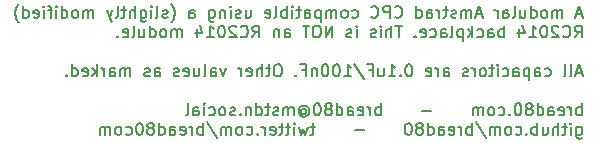
<source format=gbo>
G04 #@! TF.GenerationSoftware,KiCad,Pcbnew,(5.1.12)-1*
G04 #@! TF.CreationDate,2023-07-18T15:57:14+01:00*
G04 #@! TF.ProjectId,CPCRAM,43504352-414d-42e6-9b69-6361645f7063,rev?*
G04 #@! TF.SameCoordinates,Original*
G04 #@! TF.FileFunction,Legend,Bot*
G04 #@! TF.FilePolarity,Positive*
%FSLAX46Y46*%
G04 Gerber Fmt 4.6, Leading zero omitted, Abs format (unit mm)*
G04 Created by KiCad (PCBNEW (5.1.12)-1) date 2023-07-18 15:57:14*
%MOMM*%
%LPD*%
G01*
G04 APERTURE LIST*
%ADD10C,0.150000*%
G04 APERTURE END LIST*
D10*
X220692023Y-108881666D02*
X220215833Y-108881666D01*
X220787261Y-109167380D02*
X220453928Y-108167380D01*
X220120595Y-109167380D01*
X219025357Y-109167380D02*
X219025357Y-108500714D01*
X219025357Y-108595952D02*
X218977738Y-108548333D01*
X218882500Y-108500714D01*
X218739642Y-108500714D01*
X218644404Y-108548333D01*
X218596785Y-108643571D01*
X218596785Y-109167380D01*
X218596785Y-108643571D02*
X218549166Y-108548333D01*
X218453928Y-108500714D01*
X218311071Y-108500714D01*
X218215833Y-108548333D01*
X218168214Y-108643571D01*
X218168214Y-109167380D01*
X217549166Y-109167380D02*
X217644404Y-109119761D01*
X217692023Y-109072142D01*
X217739642Y-108976904D01*
X217739642Y-108691190D01*
X217692023Y-108595952D01*
X217644404Y-108548333D01*
X217549166Y-108500714D01*
X217406309Y-108500714D01*
X217311071Y-108548333D01*
X217263452Y-108595952D01*
X217215833Y-108691190D01*
X217215833Y-108976904D01*
X217263452Y-109072142D01*
X217311071Y-109119761D01*
X217406309Y-109167380D01*
X217549166Y-109167380D01*
X216358690Y-109167380D02*
X216358690Y-108167380D01*
X216358690Y-109119761D02*
X216453928Y-109167380D01*
X216644404Y-109167380D01*
X216739642Y-109119761D01*
X216787261Y-109072142D01*
X216834880Y-108976904D01*
X216834880Y-108691190D01*
X216787261Y-108595952D01*
X216739642Y-108548333D01*
X216644404Y-108500714D01*
X216453928Y-108500714D01*
X216358690Y-108548333D01*
X215453928Y-108500714D02*
X215453928Y-109167380D01*
X215882500Y-108500714D02*
X215882500Y-109024523D01*
X215834880Y-109119761D01*
X215739642Y-109167380D01*
X215596785Y-109167380D01*
X215501547Y-109119761D01*
X215453928Y-109072142D01*
X214834880Y-109167380D02*
X214930119Y-109119761D01*
X214977738Y-109024523D01*
X214977738Y-108167380D01*
X214025357Y-109167380D02*
X214025357Y-108643571D01*
X214072976Y-108548333D01*
X214168214Y-108500714D01*
X214358690Y-108500714D01*
X214453928Y-108548333D01*
X214025357Y-109119761D02*
X214120595Y-109167380D01*
X214358690Y-109167380D01*
X214453928Y-109119761D01*
X214501547Y-109024523D01*
X214501547Y-108929285D01*
X214453928Y-108834047D01*
X214358690Y-108786428D01*
X214120595Y-108786428D01*
X214025357Y-108738809D01*
X213549166Y-109167380D02*
X213549166Y-108500714D01*
X213549166Y-108691190D02*
X213501547Y-108595952D01*
X213453928Y-108548333D01*
X213358690Y-108500714D01*
X213263452Y-108500714D01*
X212215833Y-108881666D02*
X211739642Y-108881666D01*
X212311071Y-109167380D02*
X211977738Y-108167380D01*
X211644404Y-109167380D01*
X211311071Y-109167380D02*
X211311071Y-108500714D01*
X211311071Y-108595952D02*
X211263452Y-108548333D01*
X211168214Y-108500714D01*
X211025357Y-108500714D01*
X210930119Y-108548333D01*
X210882500Y-108643571D01*
X210882500Y-109167380D01*
X210882500Y-108643571D02*
X210834880Y-108548333D01*
X210739642Y-108500714D01*
X210596785Y-108500714D01*
X210501547Y-108548333D01*
X210453928Y-108643571D01*
X210453928Y-109167380D01*
X210025357Y-109119761D02*
X209930119Y-109167380D01*
X209739642Y-109167380D01*
X209644404Y-109119761D01*
X209596785Y-109024523D01*
X209596785Y-108976904D01*
X209644404Y-108881666D01*
X209739642Y-108834047D01*
X209882500Y-108834047D01*
X209977738Y-108786428D01*
X210025357Y-108691190D01*
X210025357Y-108643571D01*
X209977738Y-108548333D01*
X209882500Y-108500714D01*
X209739642Y-108500714D01*
X209644404Y-108548333D01*
X209311071Y-108500714D02*
X208930119Y-108500714D01*
X209168214Y-108167380D02*
X209168214Y-109024523D01*
X209120595Y-109119761D01*
X209025357Y-109167380D01*
X208930119Y-109167380D01*
X208596785Y-109167380D02*
X208596785Y-108500714D01*
X208596785Y-108691190D02*
X208549166Y-108595952D01*
X208501547Y-108548333D01*
X208406309Y-108500714D01*
X208311071Y-108500714D01*
X207549166Y-109167380D02*
X207549166Y-108643571D01*
X207596785Y-108548333D01*
X207692023Y-108500714D01*
X207882500Y-108500714D01*
X207977738Y-108548333D01*
X207549166Y-109119761D02*
X207644404Y-109167380D01*
X207882500Y-109167380D01*
X207977738Y-109119761D01*
X208025357Y-109024523D01*
X208025357Y-108929285D01*
X207977738Y-108834047D01*
X207882500Y-108786428D01*
X207644404Y-108786428D01*
X207549166Y-108738809D01*
X206644404Y-109167380D02*
X206644404Y-108167380D01*
X206644404Y-109119761D02*
X206739642Y-109167380D01*
X206930119Y-109167380D01*
X207025357Y-109119761D01*
X207072976Y-109072142D01*
X207120595Y-108976904D01*
X207120595Y-108691190D01*
X207072976Y-108595952D01*
X207025357Y-108548333D01*
X206930119Y-108500714D01*
X206739642Y-108500714D01*
X206644404Y-108548333D01*
X204834880Y-109072142D02*
X204882500Y-109119761D01*
X205025357Y-109167380D01*
X205120595Y-109167380D01*
X205263452Y-109119761D01*
X205358690Y-109024523D01*
X205406309Y-108929285D01*
X205453928Y-108738809D01*
X205453928Y-108595952D01*
X205406309Y-108405476D01*
X205358690Y-108310238D01*
X205263452Y-108215000D01*
X205120595Y-108167380D01*
X205025357Y-108167380D01*
X204882500Y-108215000D01*
X204834880Y-108262619D01*
X204406309Y-109167380D02*
X204406309Y-108167380D01*
X204025357Y-108167380D01*
X203930119Y-108215000D01*
X203882500Y-108262619D01*
X203834880Y-108357857D01*
X203834880Y-108500714D01*
X203882500Y-108595952D01*
X203930119Y-108643571D01*
X204025357Y-108691190D01*
X204406309Y-108691190D01*
X202834880Y-109072142D02*
X202882500Y-109119761D01*
X203025357Y-109167380D01*
X203120595Y-109167380D01*
X203263452Y-109119761D01*
X203358690Y-109024523D01*
X203406309Y-108929285D01*
X203453928Y-108738809D01*
X203453928Y-108595952D01*
X203406309Y-108405476D01*
X203358690Y-108310238D01*
X203263452Y-108215000D01*
X203120595Y-108167380D01*
X203025357Y-108167380D01*
X202882500Y-108215000D01*
X202834880Y-108262619D01*
X201215833Y-109119761D02*
X201311071Y-109167380D01*
X201501547Y-109167380D01*
X201596785Y-109119761D01*
X201644404Y-109072142D01*
X201692023Y-108976904D01*
X201692023Y-108691190D01*
X201644404Y-108595952D01*
X201596785Y-108548333D01*
X201501547Y-108500714D01*
X201311071Y-108500714D01*
X201215833Y-108548333D01*
X200644404Y-109167380D02*
X200739642Y-109119761D01*
X200787261Y-109072142D01*
X200834880Y-108976904D01*
X200834880Y-108691190D01*
X200787261Y-108595952D01*
X200739642Y-108548333D01*
X200644404Y-108500714D01*
X200501547Y-108500714D01*
X200406309Y-108548333D01*
X200358690Y-108595952D01*
X200311071Y-108691190D01*
X200311071Y-108976904D01*
X200358690Y-109072142D01*
X200406309Y-109119761D01*
X200501547Y-109167380D01*
X200644404Y-109167380D01*
X199882500Y-109167380D02*
X199882500Y-108500714D01*
X199882500Y-108595952D02*
X199834880Y-108548333D01*
X199739642Y-108500714D01*
X199596785Y-108500714D01*
X199501547Y-108548333D01*
X199453928Y-108643571D01*
X199453928Y-109167380D01*
X199453928Y-108643571D02*
X199406309Y-108548333D01*
X199311071Y-108500714D01*
X199168214Y-108500714D01*
X199072976Y-108548333D01*
X199025357Y-108643571D01*
X199025357Y-109167380D01*
X198549166Y-108500714D02*
X198549166Y-109500714D01*
X198549166Y-108548333D02*
X198453928Y-108500714D01*
X198263452Y-108500714D01*
X198168214Y-108548333D01*
X198120595Y-108595952D01*
X198072976Y-108691190D01*
X198072976Y-108976904D01*
X198120595Y-109072142D01*
X198168214Y-109119761D01*
X198263452Y-109167380D01*
X198453928Y-109167380D01*
X198549166Y-109119761D01*
X197215833Y-109167380D02*
X197215833Y-108643571D01*
X197263452Y-108548333D01*
X197358690Y-108500714D01*
X197549166Y-108500714D01*
X197644404Y-108548333D01*
X197215833Y-109119761D02*
X197311071Y-109167380D01*
X197549166Y-109167380D01*
X197644404Y-109119761D01*
X197692023Y-109024523D01*
X197692023Y-108929285D01*
X197644404Y-108834047D01*
X197549166Y-108786428D01*
X197311071Y-108786428D01*
X197215833Y-108738809D01*
X196882500Y-108500714D02*
X196501547Y-108500714D01*
X196739642Y-108167380D02*
X196739642Y-109024523D01*
X196692023Y-109119761D01*
X196596785Y-109167380D01*
X196501547Y-109167380D01*
X196168214Y-109167380D02*
X196168214Y-108500714D01*
X196168214Y-108167380D02*
X196215833Y-108215000D01*
X196168214Y-108262619D01*
X196120595Y-108215000D01*
X196168214Y-108167380D01*
X196168214Y-108262619D01*
X195692023Y-109167380D02*
X195692023Y-108167380D01*
X195692023Y-108548333D02*
X195596785Y-108500714D01*
X195406309Y-108500714D01*
X195311071Y-108548333D01*
X195263452Y-108595952D01*
X195215833Y-108691190D01*
X195215833Y-108976904D01*
X195263452Y-109072142D01*
X195311071Y-109119761D01*
X195406309Y-109167380D01*
X195596785Y-109167380D01*
X195692023Y-109119761D01*
X194644404Y-109167380D02*
X194739642Y-109119761D01*
X194787261Y-109024523D01*
X194787261Y-108167380D01*
X193882500Y-109119761D02*
X193977738Y-109167380D01*
X194168214Y-109167380D01*
X194263452Y-109119761D01*
X194311071Y-109024523D01*
X194311071Y-108643571D01*
X194263452Y-108548333D01*
X194168214Y-108500714D01*
X193977738Y-108500714D01*
X193882500Y-108548333D01*
X193834880Y-108643571D01*
X193834880Y-108738809D01*
X194311071Y-108834047D01*
X192215833Y-108500714D02*
X192215833Y-109167380D01*
X192644404Y-108500714D02*
X192644404Y-109024523D01*
X192596785Y-109119761D01*
X192501547Y-109167380D01*
X192358690Y-109167380D01*
X192263452Y-109119761D01*
X192215833Y-109072142D01*
X191787261Y-109119761D02*
X191692023Y-109167380D01*
X191501547Y-109167380D01*
X191406309Y-109119761D01*
X191358690Y-109024523D01*
X191358690Y-108976904D01*
X191406309Y-108881666D01*
X191501547Y-108834047D01*
X191644404Y-108834047D01*
X191739642Y-108786428D01*
X191787261Y-108691190D01*
X191787261Y-108643571D01*
X191739642Y-108548333D01*
X191644404Y-108500714D01*
X191501547Y-108500714D01*
X191406309Y-108548333D01*
X190930119Y-109167380D02*
X190930119Y-108500714D01*
X190930119Y-108167380D02*
X190977738Y-108215000D01*
X190930119Y-108262619D01*
X190882500Y-108215000D01*
X190930119Y-108167380D01*
X190930119Y-108262619D01*
X190453928Y-108500714D02*
X190453928Y-109167380D01*
X190453928Y-108595952D02*
X190406309Y-108548333D01*
X190311071Y-108500714D01*
X190168214Y-108500714D01*
X190072976Y-108548333D01*
X190025357Y-108643571D01*
X190025357Y-109167380D01*
X189120595Y-108500714D02*
X189120595Y-109310238D01*
X189168214Y-109405476D01*
X189215833Y-109453095D01*
X189311071Y-109500714D01*
X189453928Y-109500714D01*
X189549166Y-109453095D01*
X189120595Y-109119761D02*
X189215833Y-109167380D01*
X189406309Y-109167380D01*
X189501547Y-109119761D01*
X189549166Y-109072142D01*
X189596785Y-108976904D01*
X189596785Y-108691190D01*
X189549166Y-108595952D01*
X189501547Y-108548333D01*
X189406309Y-108500714D01*
X189215833Y-108500714D01*
X189120595Y-108548333D01*
X187453928Y-109167380D02*
X187453928Y-108643571D01*
X187501547Y-108548333D01*
X187596785Y-108500714D01*
X187787261Y-108500714D01*
X187882500Y-108548333D01*
X187453928Y-109119761D02*
X187549166Y-109167380D01*
X187787261Y-109167380D01*
X187882500Y-109119761D01*
X187930119Y-109024523D01*
X187930119Y-108929285D01*
X187882500Y-108834047D01*
X187787261Y-108786428D01*
X187549166Y-108786428D01*
X187453928Y-108738809D01*
X185930119Y-109548333D02*
X185977738Y-109500714D01*
X186072976Y-109357857D01*
X186120595Y-109262619D01*
X186168214Y-109119761D01*
X186215833Y-108881666D01*
X186215833Y-108691190D01*
X186168214Y-108453095D01*
X186120595Y-108310238D01*
X186072976Y-108215000D01*
X185977738Y-108072142D01*
X185930119Y-108024523D01*
X185596785Y-109119761D02*
X185501547Y-109167380D01*
X185311071Y-109167380D01*
X185215833Y-109119761D01*
X185168214Y-109024523D01*
X185168214Y-108976904D01*
X185215833Y-108881666D01*
X185311071Y-108834047D01*
X185453928Y-108834047D01*
X185549166Y-108786428D01*
X185596785Y-108691190D01*
X185596785Y-108643571D01*
X185549166Y-108548333D01*
X185453928Y-108500714D01*
X185311071Y-108500714D01*
X185215833Y-108548333D01*
X184596785Y-109167380D02*
X184692023Y-109119761D01*
X184739642Y-109024523D01*
X184739642Y-108167380D01*
X184215833Y-109167380D02*
X184215833Y-108500714D01*
X184215833Y-108167380D02*
X184263452Y-108215000D01*
X184215833Y-108262619D01*
X184168214Y-108215000D01*
X184215833Y-108167380D01*
X184215833Y-108262619D01*
X183311071Y-108500714D02*
X183311071Y-109310238D01*
X183358690Y-109405476D01*
X183406309Y-109453095D01*
X183501547Y-109500714D01*
X183644404Y-109500714D01*
X183739642Y-109453095D01*
X183311071Y-109119761D02*
X183406309Y-109167380D01*
X183596785Y-109167380D01*
X183692023Y-109119761D01*
X183739642Y-109072142D01*
X183787261Y-108976904D01*
X183787261Y-108691190D01*
X183739642Y-108595952D01*
X183692023Y-108548333D01*
X183596785Y-108500714D01*
X183406309Y-108500714D01*
X183311071Y-108548333D01*
X182834880Y-109167380D02*
X182834880Y-108167380D01*
X182406309Y-109167380D02*
X182406309Y-108643571D01*
X182453928Y-108548333D01*
X182549166Y-108500714D01*
X182692023Y-108500714D01*
X182787261Y-108548333D01*
X182834880Y-108595952D01*
X182072976Y-108500714D02*
X181692023Y-108500714D01*
X181930119Y-108167380D02*
X181930119Y-109024523D01*
X181882500Y-109119761D01*
X181787261Y-109167380D01*
X181692023Y-109167380D01*
X181215833Y-109167380D02*
X181311071Y-109119761D01*
X181358690Y-109024523D01*
X181358690Y-108167380D01*
X180930119Y-108500714D02*
X180692023Y-109167380D01*
X180453928Y-108500714D02*
X180692023Y-109167380D01*
X180787261Y-109405476D01*
X180834880Y-109453095D01*
X180930119Y-109500714D01*
X179311071Y-109167380D02*
X179311071Y-108500714D01*
X179311071Y-108595952D02*
X179263452Y-108548333D01*
X179168214Y-108500714D01*
X179025357Y-108500714D01*
X178930119Y-108548333D01*
X178882500Y-108643571D01*
X178882500Y-109167380D01*
X178882500Y-108643571D02*
X178834880Y-108548333D01*
X178739642Y-108500714D01*
X178596785Y-108500714D01*
X178501547Y-108548333D01*
X178453928Y-108643571D01*
X178453928Y-109167380D01*
X177834880Y-109167380D02*
X177930119Y-109119761D01*
X177977738Y-109072142D01*
X178025357Y-108976904D01*
X178025357Y-108691190D01*
X177977738Y-108595952D01*
X177930119Y-108548333D01*
X177834880Y-108500714D01*
X177692023Y-108500714D01*
X177596785Y-108548333D01*
X177549166Y-108595952D01*
X177501547Y-108691190D01*
X177501547Y-108976904D01*
X177549166Y-109072142D01*
X177596785Y-109119761D01*
X177692023Y-109167380D01*
X177834880Y-109167380D01*
X176644404Y-109167380D02*
X176644404Y-108167380D01*
X176644404Y-109119761D02*
X176739642Y-109167380D01*
X176930119Y-109167380D01*
X177025357Y-109119761D01*
X177072976Y-109072142D01*
X177120595Y-108976904D01*
X177120595Y-108691190D01*
X177072976Y-108595952D01*
X177025357Y-108548333D01*
X176930119Y-108500714D01*
X176739642Y-108500714D01*
X176644404Y-108548333D01*
X176168214Y-109167380D02*
X176168214Y-108500714D01*
X176168214Y-108167380D02*
X176215833Y-108215000D01*
X176168214Y-108262619D01*
X176120595Y-108215000D01*
X176168214Y-108167380D01*
X176168214Y-108262619D01*
X175834880Y-108500714D02*
X175453928Y-108500714D01*
X175692023Y-109167380D02*
X175692023Y-108310238D01*
X175644404Y-108215000D01*
X175549166Y-108167380D01*
X175453928Y-108167380D01*
X175120595Y-109167380D02*
X175120595Y-108500714D01*
X175120595Y-108167380D02*
X175168214Y-108215000D01*
X175120595Y-108262619D01*
X175072976Y-108215000D01*
X175120595Y-108167380D01*
X175120595Y-108262619D01*
X174263452Y-109119761D02*
X174358690Y-109167380D01*
X174549166Y-109167380D01*
X174644404Y-109119761D01*
X174692023Y-109024523D01*
X174692023Y-108643571D01*
X174644404Y-108548333D01*
X174549166Y-108500714D01*
X174358690Y-108500714D01*
X174263452Y-108548333D01*
X174215833Y-108643571D01*
X174215833Y-108738809D01*
X174692023Y-108834047D01*
X173358690Y-109167380D02*
X173358690Y-108167380D01*
X173358690Y-109119761D02*
X173453928Y-109167380D01*
X173644404Y-109167380D01*
X173739642Y-109119761D01*
X173787261Y-109072142D01*
X173834880Y-108976904D01*
X173834880Y-108691190D01*
X173787261Y-108595952D01*
X173739642Y-108548333D01*
X173644404Y-108500714D01*
X173453928Y-108500714D01*
X173358690Y-108548333D01*
X172977738Y-109548333D02*
X172930119Y-109500714D01*
X172834880Y-109357857D01*
X172787261Y-109262619D01*
X172739642Y-109119761D01*
X172692023Y-108881666D01*
X172692023Y-108691190D01*
X172739642Y-108453095D01*
X172787261Y-108310238D01*
X172834880Y-108215000D01*
X172930119Y-108072142D01*
X172977738Y-108024523D01*
X220072976Y-110817380D02*
X220406309Y-110341190D01*
X220644404Y-110817380D02*
X220644404Y-109817380D01*
X220263452Y-109817380D01*
X220168214Y-109865000D01*
X220120595Y-109912619D01*
X220072976Y-110007857D01*
X220072976Y-110150714D01*
X220120595Y-110245952D01*
X220168214Y-110293571D01*
X220263452Y-110341190D01*
X220644404Y-110341190D01*
X219072976Y-110722142D02*
X219120595Y-110769761D01*
X219263452Y-110817380D01*
X219358690Y-110817380D01*
X219501547Y-110769761D01*
X219596785Y-110674523D01*
X219644404Y-110579285D01*
X219692023Y-110388809D01*
X219692023Y-110245952D01*
X219644404Y-110055476D01*
X219596785Y-109960238D01*
X219501547Y-109865000D01*
X219358690Y-109817380D01*
X219263452Y-109817380D01*
X219120595Y-109865000D01*
X219072976Y-109912619D01*
X218692023Y-109912619D02*
X218644404Y-109865000D01*
X218549166Y-109817380D01*
X218311071Y-109817380D01*
X218215833Y-109865000D01*
X218168214Y-109912619D01*
X218120595Y-110007857D01*
X218120595Y-110103095D01*
X218168214Y-110245952D01*
X218739642Y-110817380D01*
X218120595Y-110817380D01*
X217501547Y-109817380D02*
X217406309Y-109817380D01*
X217311071Y-109865000D01*
X217263452Y-109912619D01*
X217215833Y-110007857D01*
X217168214Y-110198333D01*
X217168214Y-110436428D01*
X217215833Y-110626904D01*
X217263452Y-110722142D01*
X217311071Y-110769761D01*
X217406309Y-110817380D01*
X217501547Y-110817380D01*
X217596785Y-110769761D01*
X217644404Y-110722142D01*
X217692023Y-110626904D01*
X217739642Y-110436428D01*
X217739642Y-110198333D01*
X217692023Y-110007857D01*
X217644404Y-109912619D01*
X217596785Y-109865000D01*
X217501547Y-109817380D01*
X216215833Y-110817380D02*
X216787261Y-110817380D01*
X216501547Y-110817380D02*
X216501547Y-109817380D01*
X216596785Y-109960238D01*
X216692023Y-110055476D01*
X216787261Y-110103095D01*
X215358690Y-110150714D02*
X215358690Y-110817380D01*
X215596785Y-109769761D02*
X215834880Y-110484047D01*
X215215833Y-110484047D01*
X214072976Y-110817380D02*
X214072976Y-109817380D01*
X214072976Y-110198333D02*
X213977738Y-110150714D01*
X213787261Y-110150714D01*
X213692023Y-110198333D01*
X213644404Y-110245952D01*
X213596785Y-110341190D01*
X213596785Y-110626904D01*
X213644404Y-110722142D01*
X213692023Y-110769761D01*
X213787261Y-110817380D01*
X213977738Y-110817380D01*
X214072976Y-110769761D01*
X212739642Y-110817380D02*
X212739642Y-110293571D01*
X212787261Y-110198333D01*
X212882499Y-110150714D01*
X213072976Y-110150714D01*
X213168214Y-110198333D01*
X212739642Y-110769761D02*
X212834880Y-110817380D01*
X213072976Y-110817380D01*
X213168214Y-110769761D01*
X213215833Y-110674523D01*
X213215833Y-110579285D01*
X213168214Y-110484047D01*
X213072976Y-110436428D01*
X212834880Y-110436428D01*
X212739642Y-110388809D01*
X211834880Y-110769761D02*
X211930119Y-110817380D01*
X212120595Y-110817380D01*
X212215833Y-110769761D01*
X212263452Y-110722142D01*
X212311071Y-110626904D01*
X212311071Y-110341190D01*
X212263452Y-110245952D01*
X212215833Y-110198333D01*
X212120595Y-110150714D01*
X211930119Y-110150714D01*
X211834880Y-110198333D01*
X211406309Y-110817380D02*
X211406309Y-109817380D01*
X211311071Y-110436428D02*
X211025357Y-110817380D01*
X211025357Y-110150714D02*
X211406309Y-110531666D01*
X210596785Y-110150714D02*
X210596785Y-111150714D01*
X210596785Y-110198333D02*
X210501547Y-110150714D01*
X210311071Y-110150714D01*
X210215833Y-110198333D01*
X210168214Y-110245952D01*
X210120595Y-110341190D01*
X210120595Y-110626904D01*
X210168214Y-110722142D01*
X210215833Y-110769761D01*
X210311071Y-110817380D01*
X210501547Y-110817380D01*
X210596785Y-110769761D01*
X209549166Y-110817380D02*
X209644404Y-110769761D01*
X209692023Y-110674523D01*
X209692023Y-109817380D01*
X208739642Y-110817380D02*
X208739642Y-110293571D01*
X208787261Y-110198333D01*
X208882499Y-110150714D01*
X209072976Y-110150714D01*
X209168214Y-110198333D01*
X208739642Y-110769761D02*
X208834880Y-110817380D01*
X209072976Y-110817380D01*
X209168214Y-110769761D01*
X209215833Y-110674523D01*
X209215833Y-110579285D01*
X209168214Y-110484047D01*
X209072976Y-110436428D01*
X208834880Y-110436428D01*
X208739642Y-110388809D01*
X207834880Y-110769761D02*
X207930119Y-110817380D01*
X208120595Y-110817380D01*
X208215833Y-110769761D01*
X208263452Y-110722142D01*
X208311071Y-110626904D01*
X208311071Y-110341190D01*
X208263452Y-110245952D01*
X208215833Y-110198333D01*
X208120595Y-110150714D01*
X207930119Y-110150714D01*
X207834880Y-110198333D01*
X207025357Y-110769761D02*
X207120595Y-110817380D01*
X207311071Y-110817380D01*
X207406309Y-110769761D01*
X207453928Y-110674523D01*
X207453928Y-110293571D01*
X207406309Y-110198333D01*
X207311071Y-110150714D01*
X207120595Y-110150714D01*
X207025357Y-110198333D01*
X206977738Y-110293571D01*
X206977738Y-110388809D01*
X207453928Y-110484047D01*
X206549166Y-110722142D02*
X206501547Y-110769761D01*
X206549166Y-110817380D01*
X206596785Y-110769761D01*
X206549166Y-110722142D01*
X206549166Y-110817380D01*
X205453928Y-109817380D02*
X204882499Y-109817380D01*
X205168214Y-110817380D02*
X205168214Y-109817380D01*
X204549166Y-110817380D02*
X204549166Y-109817380D01*
X204120595Y-110817380D02*
X204120595Y-110293571D01*
X204168214Y-110198333D01*
X204263452Y-110150714D01*
X204406309Y-110150714D01*
X204501547Y-110198333D01*
X204549166Y-110245952D01*
X203644404Y-110817380D02*
X203644404Y-110150714D01*
X203644404Y-109817380D02*
X203692023Y-109865000D01*
X203644404Y-109912619D01*
X203596785Y-109865000D01*
X203644404Y-109817380D01*
X203644404Y-109912619D01*
X203215833Y-110769761D02*
X203120595Y-110817380D01*
X202930119Y-110817380D01*
X202834880Y-110769761D01*
X202787261Y-110674523D01*
X202787261Y-110626904D01*
X202834880Y-110531666D01*
X202930119Y-110484047D01*
X203072976Y-110484047D01*
X203168214Y-110436428D01*
X203215833Y-110341190D01*
X203215833Y-110293571D01*
X203168214Y-110198333D01*
X203072976Y-110150714D01*
X202930119Y-110150714D01*
X202834880Y-110198333D01*
X201596785Y-110817380D02*
X201596785Y-110150714D01*
X201596785Y-109817380D02*
X201644404Y-109865000D01*
X201596785Y-109912619D01*
X201549166Y-109865000D01*
X201596785Y-109817380D01*
X201596785Y-109912619D01*
X201168214Y-110769761D02*
X201072976Y-110817380D01*
X200882499Y-110817380D01*
X200787261Y-110769761D01*
X200739642Y-110674523D01*
X200739642Y-110626904D01*
X200787261Y-110531666D01*
X200882499Y-110484047D01*
X201025357Y-110484047D01*
X201120595Y-110436428D01*
X201168214Y-110341190D01*
X201168214Y-110293571D01*
X201120595Y-110198333D01*
X201025357Y-110150714D01*
X200882499Y-110150714D01*
X200787261Y-110198333D01*
X199549166Y-110817380D02*
X199549166Y-109817380D01*
X198977738Y-110817380D01*
X198977738Y-109817380D01*
X198311071Y-109817380D02*
X198120595Y-109817380D01*
X198025357Y-109865000D01*
X197930119Y-109960238D01*
X197882499Y-110150714D01*
X197882499Y-110484047D01*
X197930119Y-110674523D01*
X198025357Y-110769761D01*
X198120595Y-110817380D01*
X198311071Y-110817380D01*
X198406309Y-110769761D01*
X198501547Y-110674523D01*
X198549166Y-110484047D01*
X198549166Y-110150714D01*
X198501547Y-109960238D01*
X198406309Y-109865000D01*
X198311071Y-109817380D01*
X197596785Y-109817380D02*
X197025357Y-109817380D01*
X197311071Y-110817380D02*
X197311071Y-109817380D01*
X195501547Y-110817380D02*
X195501547Y-110293571D01*
X195549166Y-110198333D01*
X195644404Y-110150714D01*
X195834880Y-110150714D01*
X195930119Y-110198333D01*
X195501547Y-110769761D02*
X195596785Y-110817380D01*
X195834880Y-110817380D01*
X195930119Y-110769761D01*
X195977738Y-110674523D01*
X195977738Y-110579285D01*
X195930119Y-110484047D01*
X195834880Y-110436428D01*
X195596785Y-110436428D01*
X195501547Y-110388809D01*
X195025357Y-110150714D02*
X195025357Y-110817380D01*
X195025357Y-110245952D02*
X194977738Y-110198333D01*
X194882499Y-110150714D01*
X194739642Y-110150714D01*
X194644404Y-110198333D01*
X194596785Y-110293571D01*
X194596785Y-110817380D01*
X192787261Y-110817380D02*
X193120595Y-110341190D01*
X193358690Y-110817380D02*
X193358690Y-109817380D01*
X192977738Y-109817380D01*
X192882499Y-109865000D01*
X192834880Y-109912619D01*
X192787261Y-110007857D01*
X192787261Y-110150714D01*
X192834880Y-110245952D01*
X192882499Y-110293571D01*
X192977738Y-110341190D01*
X193358690Y-110341190D01*
X191787261Y-110722142D02*
X191834880Y-110769761D01*
X191977738Y-110817380D01*
X192072976Y-110817380D01*
X192215833Y-110769761D01*
X192311071Y-110674523D01*
X192358690Y-110579285D01*
X192406309Y-110388809D01*
X192406309Y-110245952D01*
X192358690Y-110055476D01*
X192311071Y-109960238D01*
X192215833Y-109865000D01*
X192072976Y-109817380D01*
X191977738Y-109817380D01*
X191834880Y-109865000D01*
X191787261Y-109912619D01*
X191406309Y-109912619D02*
X191358690Y-109865000D01*
X191263452Y-109817380D01*
X191025357Y-109817380D01*
X190930119Y-109865000D01*
X190882499Y-109912619D01*
X190834880Y-110007857D01*
X190834880Y-110103095D01*
X190882499Y-110245952D01*
X191453928Y-110817380D01*
X190834880Y-110817380D01*
X190215833Y-109817380D02*
X190120595Y-109817380D01*
X190025357Y-109865000D01*
X189977738Y-109912619D01*
X189930119Y-110007857D01*
X189882499Y-110198333D01*
X189882499Y-110436428D01*
X189930119Y-110626904D01*
X189977738Y-110722142D01*
X190025357Y-110769761D01*
X190120595Y-110817380D01*
X190215833Y-110817380D01*
X190311071Y-110769761D01*
X190358690Y-110722142D01*
X190406309Y-110626904D01*
X190453928Y-110436428D01*
X190453928Y-110198333D01*
X190406309Y-110007857D01*
X190358690Y-109912619D01*
X190311071Y-109865000D01*
X190215833Y-109817380D01*
X188930119Y-110817380D02*
X189501547Y-110817380D01*
X189215833Y-110817380D02*
X189215833Y-109817380D01*
X189311071Y-109960238D01*
X189406309Y-110055476D01*
X189501547Y-110103095D01*
X188072976Y-110150714D02*
X188072976Y-110817380D01*
X188311071Y-109769761D02*
X188549166Y-110484047D01*
X187930119Y-110484047D01*
X186787261Y-110817380D02*
X186787261Y-110150714D01*
X186787261Y-110245952D02*
X186739642Y-110198333D01*
X186644404Y-110150714D01*
X186501547Y-110150714D01*
X186406309Y-110198333D01*
X186358690Y-110293571D01*
X186358690Y-110817380D01*
X186358690Y-110293571D02*
X186311071Y-110198333D01*
X186215833Y-110150714D01*
X186072976Y-110150714D01*
X185977738Y-110198333D01*
X185930119Y-110293571D01*
X185930119Y-110817380D01*
X185311071Y-110817380D02*
X185406309Y-110769761D01*
X185453928Y-110722142D01*
X185501547Y-110626904D01*
X185501547Y-110341190D01*
X185453928Y-110245952D01*
X185406309Y-110198333D01*
X185311071Y-110150714D01*
X185168214Y-110150714D01*
X185072976Y-110198333D01*
X185025357Y-110245952D01*
X184977738Y-110341190D01*
X184977738Y-110626904D01*
X185025357Y-110722142D01*
X185072976Y-110769761D01*
X185168214Y-110817380D01*
X185311071Y-110817380D01*
X184120595Y-110817380D02*
X184120595Y-109817380D01*
X184120595Y-110769761D02*
X184215833Y-110817380D01*
X184406309Y-110817380D01*
X184501547Y-110769761D01*
X184549166Y-110722142D01*
X184596785Y-110626904D01*
X184596785Y-110341190D01*
X184549166Y-110245952D01*
X184501547Y-110198333D01*
X184406309Y-110150714D01*
X184215833Y-110150714D01*
X184120595Y-110198333D01*
X183215833Y-110150714D02*
X183215833Y-110817380D01*
X183644404Y-110150714D02*
X183644404Y-110674523D01*
X183596785Y-110769761D01*
X183501547Y-110817380D01*
X183358690Y-110817380D01*
X183263452Y-110769761D01*
X183215833Y-110722142D01*
X182596785Y-110817380D02*
X182692023Y-110769761D01*
X182739642Y-110674523D01*
X182739642Y-109817380D01*
X181834880Y-110769761D02*
X181930119Y-110817380D01*
X182120595Y-110817380D01*
X182215833Y-110769761D01*
X182263452Y-110674523D01*
X182263452Y-110293571D01*
X182215833Y-110198333D01*
X182120595Y-110150714D01*
X181930119Y-110150714D01*
X181834880Y-110198333D01*
X181787261Y-110293571D01*
X181787261Y-110388809D01*
X182263452Y-110484047D01*
X181358690Y-110722142D02*
X181311071Y-110769761D01*
X181358690Y-110817380D01*
X181406309Y-110769761D01*
X181358690Y-110722142D01*
X181358690Y-110817380D01*
X220692023Y-113831666D02*
X220215833Y-113831666D01*
X220787261Y-114117380D02*
X220453928Y-113117380D01*
X220120595Y-114117380D01*
X219644404Y-114117380D02*
X219739642Y-114069761D01*
X219787261Y-113974523D01*
X219787261Y-113117380D01*
X219120595Y-114117380D02*
X219215833Y-114069761D01*
X219263452Y-113974523D01*
X219263452Y-113117380D01*
X217549166Y-114069761D02*
X217644404Y-114117380D01*
X217834880Y-114117380D01*
X217930119Y-114069761D01*
X217977738Y-114022142D01*
X218025357Y-113926904D01*
X218025357Y-113641190D01*
X217977738Y-113545952D01*
X217930119Y-113498333D01*
X217834880Y-113450714D01*
X217644404Y-113450714D01*
X217549166Y-113498333D01*
X216692023Y-114117380D02*
X216692023Y-113593571D01*
X216739642Y-113498333D01*
X216834880Y-113450714D01*
X217025357Y-113450714D01*
X217120595Y-113498333D01*
X216692023Y-114069761D02*
X216787261Y-114117380D01*
X217025357Y-114117380D01*
X217120595Y-114069761D01*
X217168214Y-113974523D01*
X217168214Y-113879285D01*
X217120595Y-113784047D01*
X217025357Y-113736428D01*
X216787261Y-113736428D01*
X216692023Y-113688809D01*
X216215833Y-113450714D02*
X216215833Y-114450714D01*
X216215833Y-113498333D02*
X216120595Y-113450714D01*
X215930119Y-113450714D01*
X215834880Y-113498333D01*
X215787261Y-113545952D01*
X215739642Y-113641190D01*
X215739642Y-113926904D01*
X215787261Y-114022142D01*
X215834880Y-114069761D01*
X215930119Y-114117380D01*
X216120595Y-114117380D01*
X216215833Y-114069761D01*
X214882500Y-114117380D02*
X214882500Y-113593571D01*
X214930119Y-113498333D01*
X215025357Y-113450714D01*
X215215833Y-113450714D01*
X215311071Y-113498333D01*
X214882500Y-114069761D02*
X214977738Y-114117380D01*
X215215833Y-114117380D01*
X215311071Y-114069761D01*
X215358690Y-113974523D01*
X215358690Y-113879285D01*
X215311071Y-113784047D01*
X215215833Y-113736428D01*
X214977738Y-113736428D01*
X214882500Y-113688809D01*
X213977738Y-114069761D02*
X214072976Y-114117380D01*
X214263452Y-114117380D01*
X214358690Y-114069761D01*
X214406309Y-114022142D01*
X214453928Y-113926904D01*
X214453928Y-113641190D01*
X214406309Y-113545952D01*
X214358690Y-113498333D01*
X214263452Y-113450714D01*
X214072976Y-113450714D01*
X213977738Y-113498333D01*
X213549166Y-114117380D02*
X213549166Y-113450714D01*
X213549166Y-113117380D02*
X213596785Y-113165000D01*
X213549166Y-113212619D01*
X213501547Y-113165000D01*
X213549166Y-113117380D01*
X213549166Y-113212619D01*
X213215833Y-113450714D02*
X212834880Y-113450714D01*
X213072976Y-113117380D02*
X213072976Y-113974523D01*
X213025357Y-114069761D01*
X212930119Y-114117380D01*
X212834880Y-114117380D01*
X212358690Y-114117380D02*
X212453928Y-114069761D01*
X212501547Y-114022142D01*
X212549166Y-113926904D01*
X212549166Y-113641190D01*
X212501547Y-113545952D01*
X212453928Y-113498333D01*
X212358690Y-113450714D01*
X212215833Y-113450714D01*
X212120595Y-113498333D01*
X212072976Y-113545952D01*
X212025357Y-113641190D01*
X212025357Y-113926904D01*
X212072976Y-114022142D01*
X212120595Y-114069761D01*
X212215833Y-114117380D01*
X212358690Y-114117380D01*
X211596785Y-114117380D02*
X211596785Y-113450714D01*
X211596785Y-113641190D02*
X211549166Y-113545952D01*
X211501547Y-113498333D01*
X211406309Y-113450714D01*
X211311071Y-113450714D01*
X211025357Y-114069761D02*
X210930119Y-114117380D01*
X210739642Y-114117380D01*
X210644404Y-114069761D01*
X210596785Y-113974523D01*
X210596785Y-113926904D01*
X210644404Y-113831666D01*
X210739642Y-113784047D01*
X210882500Y-113784047D01*
X210977738Y-113736428D01*
X211025357Y-113641190D01*
X211025357Y-113593571D01*
X210977738Y-113498333D01*
X210882500Y-113450714D01*
X210739642Y-113450714D01*
X210644404Y-113498333D01*
X208977738Y-114117380D02*
X208977738Y-113593571D01*
X209025357Y-113498333D01*
X209120595Y-113450714D01*
X209311071Y-113450714D01*
X209406309Y-113498333D01*
X208977738Y-114069761D02*
X209072976Y-114117380D01*
X209311071Y-114117380D01*
X209406309Y-114069761D01*
X209453928Y-113974523D01*
X209453928Y-113879285D01*
X209406309Y-113784047D01*
X209311071Y-113736428D01*
X209072976Y-113736428D01*
X208977738Y-113688809D01*
X208501547Y-114117380D02*
X208501547Y-113450714D01*
X208501547Y-113641190D02*
X208453928Y-113545952D01*
X208406309Y-113498333D01*
X208311071Y-113450714D01*
X208215833Y-113450714D01*
X207501547Y-114069761D02*
X207596785Y-114117380D01*
X207787261Y-114117380D01*
X207882500Y-114069761D01*
X207930119Y-113974523D01*
X207930119Y-113593571D01*
X207882500Y-113498333D01*
X207787261Y-113450714D01*
X207596785Y-113450714D01*
X207501547Y-113498333D01*
X207453928Y-113593571D01*
X207453928Y-113688809D01*
X207930119Y-113784047D01*
X206072976Y-113117380D02*
X205977738Y-113117380D01*
X205882500Y-113165000D01*
X205834880Y-113212619D01*
X205787261Y-113307857D01*
X205739642Y-113498333D01*
X205739642Y-113736428D01*
X205787261Y-113926904D01*
X205834880Y-114022142D01*
X205882500Y-114069761D01*
X205977738Y-114117380D01*
X206072976Y-114117380D01*
X206168214Y-114069761D01*
X206215833Y-114022142D01*
X206263452Y-113926904D01*
X206311071Y-113736428D01*
X206311071Y-113498333D01*
X206263452Y-113307857D01*
X206215833Y-113212619D01*
X206168214Y-113165000D01*
X206072976Y-113117380D01*
X205311071Y-114022142D02*
X205263452Y-114069761D01*
X205311071Y-114117380D01*
X205358690Y-114069761D01*
X205311071Y-114022142D01*
X205311071Y-114117380D01*
X204311071Y-114117380D02*
X204882500Y-114117380D01*
X204596785Y-114117380D02*
X204596785Y-113117380D01*
X204692023Y-113260238D01*
X204787261Y-113355476D01*
X204882500Y-113403095D01*
X203453928Y-113450714D02*
X203453928Y-114117380D01*
X203882500Y-113450714D02*
X203882500Y-113974523D01*
X203834880Y-114069761D01*
X203739642Y-114117380D01*
X203596785Y-114117380D01*
X203501547Y-114069761D01*
X203453928Y-114022142D01*
X202644404Y-113593571D02*
X202977738Y-113593571D01*
X202977738Y-114117380D02*
X202977738Y-113117380D01*
X202501547Y-113117380D01*
X201406309Y-113069761D02*
X202263452Y-114355476D01*
X200549166Y-114117380D02*
X201120595Y-114117380D01*
X200834880Y-114117380D02*
X200834880Y-113117380D01*
X200930119Y-113260238D01*
X201025357Y-113355476D01*
X201120595Y-113403095D01*
X199930119Y-113117380D02*
X199834880Y-113117380D01*
X199739642Y-113165000D01*
X199692023Y-113212619D01*
X199644404Y-113307857D01*
X199596785Y-113498333D01*
X199596785Y-113736428D01*
X199644404Y-113926904D01*
X199692023Y-114022142D01*
X199739642Y-114069761D01*
X199834880Y-114117380D01*
X199930119Y-114117380D01*
X200025357Y-114069761D01*
X200072976Y-114022142D01*
X200120595Y-113926904D01*
X200168214Y-113736428D01*
X200168214Y-113498333D01*
X200120595Y-113307857D01*
X200072976Y-113212619D01*
X200025357Y-113165000D01*
X199930119Y-113117380D01*
X198977738Y-113117380D02*
X198882500Y-113117380D01*
X198787261Y-113165000D01*
X198739642Y-113212619D01*
X198692023Y-113307857D01*
X198644404Y-113498333D01*
X198644404Y-113736428D01*
X198692023Y-113926904D01*
X198739642Y-114022142D01*
X198787261Y-114069761D01*
X198882500Y-114117380D01*
X198977738Y-114117380D01*
X199072976Y-114069761D01*
X199120595Y-114022142D01*
X199168214Y-113926904D01*
X199215833Y-113736428D01*
X199215833Y-113498333D01*
X199168214Y-113307857D01*
X199120595Y-113212619D01*
X199072976Y-113165000D01*
X198977738Y-113117380D01*
X198215833Y-113450714D02*
X198215833Y-114117380D01*
X198215833Y-113545952D02*
X198168214Y-113498333D01*
X198072976Y-113450714D01*
X197930119Y-113450714D01*
X197834880Y-113498333D01*
X197787261Y-113593571D01*
X197787261Y-114117380D01*
X196977738Y-113593571D02*
X197311071Y-113593571D01*
X197311071Y-114117380D02*
X197311071Y-113117380D01*
X196834880Y-113117380D01*
X196453928Y-114022142D02*
X196406309Y-114069761D01*
X196453928Y-114117380D01*
X196501547Y-114069761D01*
X196453928Y-114022142D01*
X196453928Y-114117380D01*
X195025357Y-113117380D02*
X194834880Y-113117380D01*
X194739642Y-113165000D01*
X194644404Y-113260238D01*
X194596785Y-113450714D01*
X194596785Y-113784047D01*
X194644404Y-113974523D01*
X194739642Y-114069761D01*
X194834880Y-114117380D01*
X195025357Y-114117380D01*
X195120595Y-114069761D01*
X195215833Y-113974523D01*
X195263452Y-113784047D01*
X195263452Y-113450714D01*
X195215833Y-113260238D01*
X195120595Y-113165000D01*
X195025357Y-113117380D01*
X194311071Y-113450714D02*
X193930119Y-113450714D01*
X194168214Y-113117380D02*
X194168214Y-113974523D01*
X194120595Y-114069761D01*
X194025357Y-114117380D01*
X193930119Y-114117380D01*
X193596785Y-114117380D02*
X193596785Y-113117380D01*
X193168214Y-114117380D02*
X193168214Y-113593571D01*
X193215833Y-113498333D01*
X193311071Y-113450714D01*
X193453928Y-113450714D01*
X193549166Y-113498333D01*
X193596785Y-113545952D01*
X192311071Y-114069761D02*
X192406309Y-114117380D01*
X192596785Y-114117380D01*
X192692023Y-114069761D01*
X192739642Y-113974523D01*
X192739642Y-113593571D01*
X192692023Y-113498333D01*
X192596785Y-113450714D01*
X192406309Y-113450714D01*
X192311071Y-113498333D01*
X192263452Y-113593571D01*
X192263452Y-113688809D01*
X192739642Y-113784047D01*
X191834880Y-114117380D02*
X191834880Y-113450714D01*
X191834880Y-113641190D02*
X191787261Y-113545952D01*
X191739642Y-113498333D01*
X191644404Y-113450714D01*
X191549166Y-113450714D01*
X190549166Y-113450714D02*
X190311071Y-114117380D01*
X190072976Y-113450714D01*
X189263452Y-114117380D02*
X189263452Y-113593571D01*
X189311071Y-113498333D01*
X189406309Y-113450714D01*
X189596785Y-113450714D01*
X189692023Y-113498333D01*
X189263452Y-114069761D02*
X189358690Y-114117380D01*
X189596785Y-114117380D01*
X189692023Y-114069761D01*
X189739642Y-113974523D01*
X189739642Y-113879285D01*
X189692023Y-113784047D01*
X189596785Y-113736428D01*
X189358690Y-113736428D01*
X189263452Y-113688809D01*
X188644404Y-114117380D02*
X188739642Y-114069761D01*
X188787261Y-113974523D01*
X188787261Y-113117380D01*
X187834880Y-113450714D02*
X187834880Y-114117380D01*
X188263452Y-113450714D02*
X188263452Y-113974523D01*
X188215833Y-114069761D01*
X188120595Y-114117380D01*
X187977738Y-114117380D01*
X187882500Y-114069761D01*
X187834880Y-114022142D01*
X186977738Y-114069761D02*
X187072976Y-114117380D01*
X187263452Y-114117380D01*
X187358690Y-114069761D01*
X187406309Y-113974523D01*
X187406309Y-113593571D01*
X187358690Y-113498333D01*
X187263452Y-113450714D01*
X187072976Y-113450714D01*
X186977738Y-113498333D01*
X186930119Y-113593571D01*
X186930119Y-113688809D01*
X187406309Y-113784047D01*
X186549166Y-114069761D02*
X186453928Y-114117380D01*
X186263452Y-114117380D01*
X186168214Y-114069761D01*
X186120595Y-113974523D01*
X186120595Y-113926904D01*
X186168214Y-113831666D01*
X186263452Y-113784047D01*
X186406309Y-113784047D01*
X186501547Y-113736428D01*
X186549166Y-113641190D01*
X186549166Y-113593571D01*
X186501547Y-113498333D01*
X186406309Y-113450714D01*
X186263452Y-113450714D01*
X186168214Y-113498333D01*
X184501547Y-114117380D02*
X184501547Y-113593571D01*
X184549166Y-113498333D01*
X184644404Y-113450714D01*
X184834880Y-113450714D01*
X184930119Y-113498333D01*
X184501547Y-114069761D02*
X184596785Y-114117380D01*
X184834880Y-114117380D01*
X184930119Y-114069761D01*
X184977738Y-113974523D01*
X184977738Y-113879285D01*
X184930119Y-113784047D01*
X184834880Y-113736428D01*
X184596785Y-113736428D01*
X184501547Y-113688809D01*
X184072976Y-114069761D02*
X183977738Y-114117380D01*
X183787261Y-114117380D01*
X183692023Y-114069761D01*
X183644404Y-113974523D01*
X183644404Y-113926904D01*
X183692023Y-113831666D01*
X183787261Y-113784047D01*
X183930119Y-113784047D01*
X184025357Y-113736428D01*
X184072976Y-113641190D01*
X184072976Y-113593571D01*
X184025357Y-113498333D01*
X183930119Y-113450714D01*
X183787261Y-113450714D01*
X183692023Y-113498333D01*
X182453928Y-114117380D02*
X182453928Y-113450714D01*
X182453928Y-113545952D02*
X182406309Y-113498333D01*
X182311071Y-113450714D01*
X182168214Y-113450714D01*
X182072976Y-113498333D01*
X182025357Y-113593571D01*
X182025357Y-114117380D01*
X182025357Y-113593571D02*
X181977738Y-113498333D01*
X181882500Y-113450714D01*
X181739642Y-113450714D01*
X181644404Y-113498333D01*
X181596785Y-113593571D01*
X181596785Y-114117380D01*
X180692023Y-114117380D02*
X180692023Y-113593571D01*
X180739642Y-113498333D01*
X180834880Y-113450714D01*
X181025357Y-113450714D01*
X181120595Y-113498333D01*
X180692023Y-114069761D02*
X180787261Y-114117380D01*
X181025357Y-114117380D01*
X181120595Y-114069761D01*
X181168214Y-113974523D01*
X181168214Y-113879285D01*
X181120595Y-113784047D01*
X181025357Y-113736428D01*
X180787261Y-113736428D01*
X180692023Y-113688809D01*
X180215833Y-114117380D02*
X180215833Y-113450714D01*
X180215833Y-113641190D02*
X180168214Y-113545952D01*
X180120595Y-113498333D01*
X180025357Y-113450714D01*
X179930119Y-113450714D01*
X179596785Y-114117380D02*
X179596785Y-113117380D01*
X179501547Y-113736428D02*
X179215833Y-114117380D01*
X179215833Y-113450714D02*
X179596785Y-113831666D01*
X178406309Y-114069761D02*
X178501547Y-114117380D01*
X178692023Y-114117380D01*
X178787261Y-114069761D01*
X178834880Y-113974523D01*
X178834880Y-113593571D01*
X178787261Y-113498333D01*
X178692023Y-113450714D01*
X178501547Y-113450714D01*
X178406309Y-113498333D01*
X178358690Y-113593571D01*
X178358690Y-113688809D01*
X178834880Y-113784047D01*
X177501547Y-114117380D02*
X177501547Y-113117380D01*
X177501547Y-114069761D02*
X177596785Y-114117380D01*
X177787261Y-114117380D01*
X177882500Y-114069761D01*
X177930119Y-114022142D01*
X177977738Y-113926904D01*
X177977738Y-113641190D01*
X177930119Y-113545952D01*
X177882500Y-113498333D01*
X177787261Y-113450714D01*
X177596785Y-113450714D01*
X177501547Y-113498333D01*
X177025357Y-114022142D02*
X176977738Y-114069761D01*
X177025357Y-114117380D01*
X177072976Y-114069761D01*
X177025357Y-114022142D01*
X177025357Y-114117380D01*
X220644404Y-117417380D02*
X220644404Y-116417380D01*
X220644404Y-116798333D02*
X220549166Y-116750714D01*
X220358690Y-116750714D01*
X220263452Y-116798333D01*
X220215833Y-116845952D01*
X220168214Y-116941190D01*
X220168214Y-117226904D01*
X220215833Y-117322142D01*
X220263452Y-117369761D01*
X220358690Y-117417380D01*
X220549166Y-117417380D01*
X220644404Y-117369761D01*
X219739642Y-117417380D02*
X219739642Y-116750714D01*
X219739642Y-116941190D02*
X219692023Y-116845952D01*
X219644404Y-116798333D01*
X219549166Y-116750714D01*
X219453928Y-116750714D01*
X218739642Y-117369761D02*
X218834880Y-117417380D01*
X219025357Y-117417380D01*
X219120595Y-117369761D01*
X219168214Y-117274523D01*
X219168214Y-116893571D01*
X219120595Y-116798333D01*
X219025357Y-116750714D01*
X218834880Y-116750714D01*
X218739642Y-116798333D01*
X218692023Y-116893571D01*
X218692023Y-116988809D01*
X219168214Y-117084047D01*
X217834880Y-117417380D02*
X217834880Y-116893571D01*
X217882500Y-116798333D01*
X217977738Y-116750714D01*
X218168214Y-116750714D01*
X218263452Y-116798333D01*
X217834880Y-117369761D02*
X217930119Y-117417380D01*
X218168214Y-117417380D01*
X218263452Y-117369761D01*
X218311071Y-117274523D01*
X218311071Y-117179285D01*
X218263452Y-117084047D01*
X218168214Y-117036428D01*
X217930119Y-117036428D01*
X217834880Y-116988809D01*
X216930119Y-117417380D02*
X216930119Y-116417380D01*
X216930119Y-117369761D02*
X217025357Y-117417380D01*
X217215833Y-117417380D01*
X217311071Y-117369761D01*
X217358690Y-117322142D01*
X217406309Y-117226904D01*
X217406309Y-116941190D01*
X217358690Y-116845952D01*
X217311071Y-116798333D01*
X217215833Y-116750714D01*
X217025357Y-116750714D01*
X216930119Y-116798333D01*
X216311071Y-116845952D02*
X216406309Y-116798333D01*
X216453928Y-116750714D01*
X216501547Y-116655476D01*
X216501547Y-116607857D01*
X216453928Y-116512619D01*
X216406309Y-116465000D01*
X216311071Y-116417380D01*
X216120595Y-116417380D01*
X216025357Y-116465000D01*
X215977738Y-116512619D01*
X215930119Y-116607857D01*
X215930119Y-116655476D01*
X215977738Y-116750714D01*
X216025357Y-116798333D01*
X216120595Y-116845952D01*
X216311071Y-116845952D01*
X216406309Y-116893571D01*
X216453928Y-116941190D01*
X216501547Y-117036428D01*
X216501547Y-117226904D01*
X216453928Y-117322142D01*
X216406309Y-117369761D01*
X216311071Y-117417380D01*
X216120595Y-117417380D01*
X216025357Y-117369761D01*
X215977738Y-117322142D01*
X215930119Y-117226904D01*
X215930119Y-117036428D01*
X215977738Y-116941190D01*
X216025357Y-116893571D01*
X216120595Y-116845952D01*
X215311071Y-116417380D02*
X215215833Y-116417380D01*
X215120595Y-116465000D01*
X215072976Y-116512619D01*
X215025357Y-116607857D01*
X214977738Y-116798333D01*
X214977738Y-117036428D01*
X215025357Y-117226904D01*
X215072976Y-117322142D01*
X215120595Y-117369761D01*
X215215833Y-117417380D01*
X215311071Y-117417380D01*
X215406309Y-117369761D01*
X215453928Y-117322142D01*
X215501547Y-117226904D01*
X215549166Y-117036428D01*
X215549166Y-116798333D01*
X215501547Y-116607857D01*
X215453928Y-116512619D01*
X215406309Y-116465000D01*
X215311071Y-116417380D01*
X214549166Y-117322142D02*
X214501547Y-117369761D01*
X214549166Y-117417380D01*
X214596785Y-117369761D01*
X214549166Y-117322142D01*
X214549166Y-117417380D01*
X213644404Y-117369761D02*
X213739642Y-117417380D01*
X213930119Y-117417380D01*
X214025357Y-117369761D01*
X214072976Y-117322142D01*
X214120595Y-117226904D01*
X214120595Y-116941190D01*
X214072976Y-116845952D01*
X214025357Y-116798333D01*
X213930119Y-116750714D01*
X213739642Y-116750714D01*
X213644404Y-116798333D01*
X213072976Y-117417380D02*
X213168214Y-117369761D01*
X213215833Y-117322142D01*
X213263452Y-117226904D01*
X213263452Y-116941190D01*
X213215833Y-116845952D01*
X213168214Y-116798333D01*
X213072976Y-116750714D01*
X212930119Y-116750714D01*
X212834880Y-116798333D01*
X212787261Y-116845952D01*
X212739642Y-116941190D01*
X212739642Y-117226904D01*
X212787261Y-117322142D01*
X212834880Y-117369761D01*
X212930119Y-117417380D01*
X213072976Y-117417380D01*
X212311071Y-117417380D02*
X212311071Y-116750714D01*
X212311071Y-116845952D02*
X212263452Y-116798333D01*
X212168214Y-116750714D01*
X212025357Y-116750714D01*
X211930119Y-116798333D01*
X211882500Y-116893571D01*
X211882500Y-117417380D01*
X211882500Y-116893571D02*
X211834880Y-116798333D01*
X211739642Y-116750714D01*
X211596785Y-116750714D01*
X211501547Y-116798333D01*
X211453928Y-116893571D01*
X211453928Y-117417380D01*
X207930119Y-117036428D02*
X207168214Y-117036428D01*
X203644404Y-117417380D02*
X203644404Y-116417380D01*
X203644404Y-116798333D02*
X203549166Y-116750714D01*
X203358690Y-116750714D01*
X203263452Y-116798333D01*
X203215833Y-116845952D01*
X203168214Y-116941190D01*
X203168214Y-117226904D01*
X203215833Y-117322142D01*
X203263452Y-117369761D01*
X203358690Y-117417380D01*
X203549166Y-117417380D01*
X203644404Y-117369761D01*
X202739642Y-117417380D02*
X202739642Y-116750714D01*
X202739642Y-116941190D02*
X202692023Y-116845952D01*
X202644404Y-116798333D01*
X202549166Y-116750714D01*
X202453928Y-116750714D01*
X201739642Y-117369761D02*
X201834880Y-117417380D01*
X202025357Y-117417380D01*
X202120595Y-117369761D01*
X202168214Y-117274523D01*
X202168214Y-116893571D01*
X202120595Y-116798333D01*
X202025357Y-116750714D01*
X201834880Y-116750714D01*
X201739642Y-116798333D01*
X201692023Y-116893571D01*
X201692023Y-116988809D01*
X202168214Y-117084047D01*
X200834880Y-117417380D02*
X200834880Y-116893571D01*
X200882500Y-116798333D01*
X200977738Y-116750714D01*
X201168214Y-116750714D01*
X201263452Y-116798333D01*
X200834880Y-117369761D02*
X200930119Y-117417380D01*
X201168214Y-117417380D01*
X201263452Y-117369761D01*
X201311071Y-117274523D01*
X201311071Y-117179285D01*
X201263452Y-117084047D01*
X201168214Y-117036428D01*
X200930119Y-117036428D01*
X200834880Y-116988809D01*
X199930119Y-117417380D02*
X199930119Y-116417380D01*
X199930119Y-117369761D02*
X200025357Y-117417380D01*
X200215833Y-117417380D01*
X200311071Y-117369761D01*
X200358690Y-117322142D01*
X200406309Y-117226904D01*
X200406309Y-116941190D01*
X200358690Y-116845952D01*
X200311071Y-116798333D01*
X200215833Y-116750714D01*
X200025357Y-116750714D01*
X199930119Y-116798333D01*
X199311071Y-116845952D02*
X199406309Y-116798333D01*
X199453928Y-116750714D01*
X199501547Y-116655476D01*
X199501547Y-116607857D01*
X199453928Y-116512619D01*
X199406309Y-116465000D01*
X199311071Y-116417380D01*
X199120595Y-116417380D01*
X199025357Y-116465000D01*
X198977738Y-116512619D01*
X198930119Y-116607857D01*
X198930119Y-116655476D01*
X198977738Y-116750714D01*
X199025357Y-116798333D01*
X199120595Y-116845952D01*
X199311071Y-116845952D01*
X199406309Y-116893571D01*
X199453928Y-116941190D01*
X199501547Y-117036428D01*
X199501547Y-117226904D01*
X199453928Y-117322142D01*
X199406309Y-117369761D01*
X199311071Y-117417380D01*
X199120595Y-117417380D01*
X199025357Y-117369761D01*
X198977738Y-117322142D01*
X198930119Y-117226904D01*
X198930119Y-117036428D01*
X198977738Y-116941190D01*
X199025357Y-116893571D01*
X199120595Y-116845952D01*
X198311071Y-116417380D02*
X198215833Y-116417380D01*
X198120595Y-116465000D01*
X198072976Y-116512619D01*
X198025357Y-116607857D01*
X197977738Y-116798333D01*
X197977738Y-117036428D01*
X198025357Y-117226904D01*
X198072976Y-117322142D01*
X198120595Y-117369761D01*
X198215833Y-117417380D01*
X198311071Y-117417380D01*
X198406309Y-117369761D01*
X198453928Y-117322142D01*
X198501547Y-117226904D01*
X198549166Y-117036428D01*
X198549166Y-116798333D01*
X198501547Y-116607857D01*
X198453928Y-116512619D01*
X198406309Y-116465000D01*
X198311071Y-116417380D01*
X196930119Y-116941190D02*
X196977738Y-116893571D01*
X197072976Y-116845952D01*
X197168214Y-116845952D01*
X197263452Y-116893571D01*
X197311071Y-116941190D01*
X197358690Y-117036428D01*
X197358690Y-117131666D01*
X197311071Y-117226904D01*
X197263452Y-117274523D01*
X197168214Y-117322142D01*
X197072976Y-117322142D01*
X196977738Y-117274523D01*
X196930119Y-117226904D01*
X196930119Y-116845952D02*
X196930119Y-117226904D01*
X196882500Y-117274523D01*
X196834880Y-117274523D01*
X196739642Y-117226904D01*
X196692023Y-117131666D01*
X196692023Y-116893571D01*
X196787261Y-116750714D01*
X196930119Y-116655476D01*
X197120595Y-116607857D01*
X197311071Y-116655476D01*
X197453928Y-116750714D01*
X197549166Y-116893571D01*
X197596785Y-117084047D01*
X197549166Y-117274523D01*
X197453928Y-117417380D01*
X197311071Y-117512619D01*
X197120595Y-117560238D01*
X196930119Y-117512619D01*
X196787261Y-117417380D01*
X196263452Y-117417380D02*
X196263452Y-116750714D01*
X196263452Y-116845952D02*
X196215833Y-116798333D01*
X196120595Y-116750714D01*
X195977738Y-116750714D01*
X195882500Y-116798333D01*
X195834880Y-116893571D01*
X195834880Y-117417380D01*
X195834880Y-116893571D02*
X195787261Y-116798333D01*
X195692023Y-116750714D01*
X195549166Y-116750714D01*
X195453928Y-116798333D01*
X195406309Y-116893571D01*
X195406309Y-117417380D01*
X194977738Y-117369761D02*
X194882500Y-117417380D01*
X194692023Y-117417380D01*
X194596785Y-117369761D01*
X194549166Y-117274523D01*
X194549166Y-117226904D01*
X194596785Y-117131666D01*
X194692023Y-117084047D01*
X194834880Y-117084047D01*
X194930119Y-117036428D01*
X194977738Y-116941190D01*
X194977738Y-116893571D01*
X194930119Y-116798333D01*
X194834880Y-116750714D01*
X194692023Y-116750714D01*
X194596785Y-116798333D01*
X194263452Y-116750714D02*
X193882500Y-116750714D01*
X194120595Y-116417380D02*
X194120595Y-117274523D01*
X194072976Y-117369761D01*
X193977738Y-117417380D01*
X193882500Y-117417380D01*
X193120595Y-117417380D02*
X193120595Y-116417380D01*
X193120595Y-117369761D02*
X193215833Y-117417380D01*
X193406309Y-117417380D01*
X193501547Y-117369761D01*
X193549166Y-117322142D01*
X193596785Y-117226904D01*
X193596785Y-116941190D01*
X193549166Y-116845952D01*
X193501547Y-116798333D01*
X193406309Y-116750714D01*
X193215833Y-116750714D01*
X193120595Y-116798333D01*
X192644404Y-116750714D02*
X192644404Y-117417380D01*
X192644404Y-116845952D02*
X192596785Y-116798333D01*
X192501547Y-116750714D01*
X192358690Y-116750714D01*
X192263452Y-116798333D01*
X192215833Y-116893571D01*
X192215833Y-117417380D01*
X191739642Y-117322142D02*
X191692023Y-117369761D01*
X191739642Y-117417380D01*
X191787261Y-117369761D01*
X191739642Y-117322142D01*
X191739642Y-117417380D01*
X191311071Y-117369761D02*
X191215833Y-117417380D01*
X191025357Y-117417380D01*
X190930119Y-117369761D01*
X190882500Y-117274523D01*
X190882500Y-117226904D01*
X190930119Y-117131666D01*
X191025357Y-117084047D01*
X191168214Y-117084047D01*
X191263452Y-117036428D01*
X191311071Y-116941190D01*
X191311071Y-116893571D01*
X191263452Y-116798333D01*
X191168214Y-116750714D01*
X191025357Y-116750714D01*
X190930119Y-116798333D01*
X190311071Y-117417380D02*
X190406309Y-117369761D01*
X190453928Y-117322142D01*
X190501547Y-117226904D01*
X190501547Y-116941190D01*
X190453928Y-116845952D01*
X190406309Y-116798333D01*
X190311071Y-116750714D01*
X190168214Y-116750714D01*
X190072976Y-116798333D01*
X190025357Y-116845952D01*
X189977738Y-116941190D01*
X189977738Y-117226904D01*
X190025357Y-117322142D01*
X190072976Y-117369761D01*
X190168214Y-117417380D01*
X190311071Y-117417380D01*
X189120595Y-117369761D02*
X189215833Y-117417380D01*
X189406309Y-117417380D01*
X189501547Y-117369761D01*
X189549166Y-117322142D01*
X189596785Y-117226904D01*
X189596785Y-116941190D01*
X189549166Y-116845952D01*
X189501547Y-116798333D01*
X189406309Y-116750714D01*
X189215833Y-116750714D01*
X189120595Y-116798333D01*
X188692023Y-117417380D02*
X188692023Y-116750714D01*
X188692023Y-116417380D02*
X188739642Y-116465000D01*
X188692023Y-116512619D01*
X188644404Y-116465000D01*
X188692023Y-116417380D01*
X188692023Y-116512619D01*
X187787261Y-117417380D02*
X187787261Y-116893571D01*
X187834880Y-116798333D01*
X187930119Y-116750714D01*
X188120595Y-116750714D01*
X188215833Y-116798333D01*
X187787261Y-117369761D02*
X187882500Y-117417380D01*
X188120595Y-117417380D01*
X188215833Y-117369761D01*
X188263452Y-117274523D01*
X188263452Y-117179285D01*
X188215833Y-117084047D01*
X188120595Y-117036428D01*
X187882500Y-117036428D01*
X187787261Y-116988809D01*
X187168214Y-117417380D02*
X187263452Y-117369761D01*
X187311071Y-117274523D01*
X187311071Y-116417380D01*
X220215833Y-118400714D02*
X220215833Y-119210238D01*
X220263452Y-119305476D01*
X220311071Y-119353095D01*
X220406309Y-119400714D01*
X220549166Y-119400714D01*
X220644404Y-119353095D01*
X220215833Y-119019761D02*
X220311071Y-119067380D01*
X220501547Y-119067380D01*
X220596785Y-119019761D01*
X220644404Y-118972142D01*
X220692023Y-118876904D01*
X220692023Y-118591190D01*
X220644404Y-118495952D01*
X220596785Y-118448333D01*
X220501547Y-118400714D01*
X220311071Y-118400714D01*
X220215833Y-118448333D01*
X219739642Y-119067380D02*
X219739642Y-118400714D01*
X219739642Y-118067380D02*
X219787261Y-118115000D01*
X219739642Y-118162619D01*
X219692023Y-118115000D01*
X219739642Y-118067380D01*
X219739642Y-118162619D01*
X219406309Y-118400714D02*
X219025357Y-118400714D01*
X219263452Y-118067380D02*
X219263452Y-118924523D01*
X219215833Y-119019761D01*
X219120595Y-119067380D01*
X219025357Y-119067380D01*
X218692023Y-119067380D02*
X218692023Y-118067380D01*
X218263452Y-119067380D02*
X218263452Y-118543571D01*
X218311071Y-118448333D01*
X218406309Y-118400714D01*
X218549166Y-118400714D01*
X218644404Y-118448333D01*
X218692023Y-118495952D01*
X217358690Y-118400714D02*
X217358690Y-119067380D01*
X217787261Y-118400714D02*
X217787261Y-118924523D01*
X217739642Y-119019761D01*
X217644404Y-119067380D01*
X217501547Y-119067380D01*
X217406309Y-119019761D01*
X217358690Y-118972142D01*
X216882500Y-119067380D02*
X216882500Y-118067380D01*
X216882500Y-118448333D02*
X216787261Y-118400714D01*
X216596785Y-118400714D01*
X216501547Y-118448333D01*
X216453928Y-118495952D01*
X216406309Y-118591190D01*
X216406309Y-118876904D01*
X216453928Y-118972142D01*
X216501547Y-119019761D01*
X216596785Y-119067380D01*
X216787261Y-119067380D01*
X216882500Y-119019761D01*
X215977738Y-118972142D02*
X215930119Y-119019761D01*
X215977738Y-119067380D01*
X216025357Y-119019761D01*
X215977738Y-118972142D01*
X215977738Y-119067380D01*
X215072976Y-119019761D02*
X215168214Y-119067380D01*
X215358690Y-119067380D01*
X215453928Y-119019761D01*
X215501547Y-118972142D01*
X215549166Y-118876904D01*
X215549166Y-118591190D01*
X215501547Y-118495952D01*
X215453928Y-118448333D01*
X215358690Y-118400714D01*
X215168214Y-118400714D01*
X215072976Y-118448333D01*
X214501547Y-119067380D02*
X214596785Y-119019761D01*
X214644404Y-118972142D01*
X214692023Y-118876904D01*
X214692023Y-118591190D01*
X214644404Y-118495952D01*
X214596785Y-118448333D01*
X214501547Y-118400714D01*
X214358690Y-118400714D01*
X214263452Y-118448333D01*
X214215833Y-118495952D01*
X214168214Y-118591190D01*
X214168214Y-118876904D01*
X214215833Y-118972142D01*
X214263452Y-119019761D01*
X214358690Y-119067380D01*
X214501547Y-119067380D01*
X213739642Y-119067380D02*
X213739642Y-118400714D01*
X213739642Y-118495952D02*
X213692023Y-118448333D01*
X213596785Y-118400714D01*
X213453928Y-118400714D01*
X213358690Y-118448333D01*
X213311071Y-118543571D01*
X213311071Y-119067380D01*
X213311071Y-118543571D02*
X213263452Y-118448333D01*
X213168214Y-118400714D01*
X213025357Y-118400714D01*
X212930119Y-118448333D01*
X212882500Y-118543571D01*
X212882500Y-119067380D01*
X211692023Y-118019761D02*
X212549166Y-119305476D01*
X211358690Y-119067380D02*
X211358690Y-118067380D01*
X211358690Y-118448333D02*
X211263452Y-118400714D01*
X211072976Y-118400714D01*
X210977738Y-118448333D01*
X210930119Y-118495952D01*
X210882500Y-118591190D01*
X210882500Y-118876904D01*
X210930119Y-118972142D01*
X210977738Y-119019761D01*
X211072976Y-119067380D01*
X211263452Y-119067380D01*
X211358690Y-119019761D01*
X210453928Y-119067380D02*
X210453928Y-118400714D01*
X210453928Y-118591190D02*
X210406309Y-118495952D01*
X210358690Y-118448333D01*
X210263452Y-118400714D01*
X210168214Y-118400714D01*
X209453928Y-119019761D02*
X209549166Y-119067380D01*
X209739642Y-119067380D01*
X209834880Y-119019761D01*
X209882500Y-118924523D01*
X209882500Y-118543571D01*
X209834880Y-118448333D01*
X209739642Y-118400714D01*
X209549166Y-118400714D01*
X209453928Y-118448333D01*
X209406309Y-118543571D01*
X209406309Y-118638809D01*
X209882500Y-118734047D01*
X208549166Y-119067380D02*
X208549166Y-118543571D01*
X208596785Y-118448333D01*
X208692023Y-118400714D01*
X208882500Y-118400714D01*
X208977738Y-118448333D01*
X208549166Y-119019761D02*
X208644404Y-119067380D01*
X208882500Y-119067380D01*
X208977738Y-119019761D01*
X209025357Y-118924523D01*
X209025357Y-118829285D01*
X208977738Y-118734047D01*
X208882500Y-118686428D01*
X208644404Y-118686428D01*
X208549166Y-118638809D01*
X207644404Y-119067380D02*
X207644404Y-118067380D01*
X207644404Y-119019761D02*
X207739642Y-119067380D01*
X207930119Y-119067380D01*
X208025357Y-119019761D01*
X208072976Y-118972142D01*
X208120595Y-118876904D01*
X208120595Y-118591190D01*
X208072976Y-118495952D01*
X208025357Y-118448333D01*
X207930119Y-118400714D01*
X207739642Y-118400714D01*
X207644404Y-118448333D01*
X207025357Y-118495952D02*
X207120595Y-118448333D01*
X207168214Y-118400714D01*
X207215833Y-118305476D01*
X207215833Y-118257857D01*
X207168214Y-118162619D01*
X207120595Y-118115000D01*
X207025357Y-118067380D01*
X206834880Y-118067380D01*
X206739642Y-118115000D01*
X206692023Y-118162619D01*
X206644404Y-118257857D01*
X206644404Y-118305476D01*
X206692023Y-118400714D01*
X206739642Y-118448333D01*
X206834880Y-118495952D01*
X207025357Y-118495952D01*
X207120595Y-118543571D01*
X207168214Y-118591190D01*
X207215833Y-118686428D01*
X207215833Y-118876904D01*
X207168214Y-118972142D01*
X207120595Y-119019761D01*
X207025357Y-119067380D01*
X206834880Y-119067380D01*
X206739642Y-119019761D01*
X206692023Y-118972142D01*
X206644404Y-118876904D01*
X206644404Y-118686428D01*
X206692023Y-118591190D01*
X206739642Y-118543571D01*
X206834880Y-118495952D01*
X206025357Y-118067380D02*
X205930119Y-118067380D01*
X205834880Y-118115000D01*
X205787261Y-118162619D01*
X205739642Y-118257857D01*
X205692023Y-118448333D01*
X205692023Y-118686428D01*
X205739642Y-118876904D01*
X205787261Y-118972142D01*
X205834880Y-119019761D01*
X205930119Y-119067380D01*
X206025357Y-119067380D01*
X206120595Y-119019761D01*
X206168214Y-118972142D01*
X206215833Y-118876904D01*
X206263452Y-118686428D01*
X206263452Y-118448333D01*
X206215833Y-118257857D01*
X206168214Y-118162619D01*
X206120595Y-118115000D01*
X206025357Y-118067380D01*
X202215833Y-118686428D02*
X201453928Y-118686428D01*
X198072976Y-118400714D02*
X197692023Y-118400714D01*
X197930119Y-118067380D02*
X197930119Y-118924523D01*
X197882500Y-119019761D01*
X197787261Y-119067380D01*
X197692023Y-119067380D01*
X197453928Y-118400714D02*
X197263452Y-119067380D01*
X197072976Y-118591190D01*
X196882500Y-119067380D01*
X196692023Y-118400714D01*
X196311071Y-119067380D02*
X196311071Y-118400714D01*
X196311071Y-118067380D02*
X196358690Y-118115000D01*
X196311071Y-118162619D01*
X196263452Y-118115000D01*
X196311071Y-118067380D01*
X196311071Y-118162619D01*
X195977738Y-118400714D02*
X195596785Y-118400714D01*
X195834880Y-118067380D02*
X195834880Y-118924523D01*
X195787261Y-119019761D01*
X195692023Y-119067380D01*
X195596785Y-119067380D01*
X195406309Y-118400714D02*
X195025357Y-118400714D01*
X195263452Y-118067380D02*
X195263452Y-118924523D01*
X195215833Y-119019761D01*
X195120595Y-119067380D01*
X195025357Y-119067380D01*
X194311071Y-119019761D02*
X194406309Y-119067380D01*
X194596785Y-119067380D01*
X194692023Y-119019761D01*
X194739642Y-118924523D01*
X194739642Y-118543571D01*
X194692023Y-118448333D01*
X194596785Y-118400714D01*
X194406309Y-118400714D01*
X194311071Y-118448333D01*
X194263452Y-118543571D01*
X194263452Y-118638809D01*
X194739642Y-118734047D01*
X193834880Y-119067380D02*
X193834880Y-118400714D01*
X193834880Y-118591190D02*
X193787261Y-118495952D01*
X193739642Y-118448333D01*
X193644404Y-118400714D01*
X193549166Y-118400714D01*
X193215833Y-118972142D02*
X193168214Y-119019761D01*
X193215833Y-119067380D01*
X193263452Y-119019761D01*
X193215833Y-118972142D01*
X193215833Y-119067380D01*
X192311071Y-119019761D02*
X192406309Y-119067380D01*
X192596785Y-119067380D01*
X192692023Y-119019761D01*
X192739642Y-118972142D01*
X192787261Y-118876904D01*
X192787261Y-118591190D01*
X192739642Y-118495952D01*
X192692023Y-118448333D01*
X192596785Y-118400714D01*
X192406309Y-118400714D01*
X192311071Y-118448333D01*
X191739642Y-119067380D02*
X191834880Y-119019761D01*
X191882500Y-118972142D01*
X191930119Y-118876904D01*
X191930119Y-118591190D01*
X191882500Y-118495952D01*
X191834880Y-118448333D01*
X191739642Y-118400714D01*
X191596785Y-118400714D01*
X191501547Y-118448333D01*
X191453928Y-118495952D01*
X191406309Y-118591190D01*
X191406309Y-118876904D01*
X191453928Y-118972142D01*
X191501547Y-119019761D01*
X191596785Y-119067380D01*
X191739642Y-119067380D01*
X190977738Y-119067380D02*
X190977738Y-118400714D01*
X190977738Y-118495952D02*
X190930119Y-118448333D01*
X190834880Y-118400714D01*
X190692023Y-118400714D01*
X190596785Y-118448333D01*
X190549166Y-118543571D01*
X190549166Y-119067380D01*
X190549166Y-118543571D02*
X190501547Y-118448333D01*
X190406309Y-118400714D01*
X190263452Y-118400714D01*
X190168214Y-118448333D01*
X190120595Y-118543571D01*
X190120595Y-119067380D01*
X188930119Y-118019761D02*
X189787261Y-119305476D01*
X188596785Y-119067380D02*
X188596785Y-118067380D01*
X188596785Y-118448333D02*
X188501547Y-118400714D01*
X188311071Y-118400714D01*
X188215833Y-118448333D01*
X188168214Y-118495952D01*
X188120595Y-118591190D01*
X188120595Y-118876904D01*
X188168214Y-118972142D01*
X188215833Y-119019761D01*
X188311071Y-119067380D01*
X188501547Y-119067380D01*
X188596785Y-119019761D01*
X187692023Y-119067380D02*
X187692023Y-118400714D01*
X187692023Y-118591190D02*
X187644404Y-118495952D01*
X187596785Y-118448333D01*
X187501547Y-118400714D01*
X187406309Y-118400714D01*
X186692023Y-119019761D02*
X186787261Y-119067380D01*
X186977738Y-119067380D01*
X187072976Y-119019761D01*
X187120595Y-118924523D01*
X187120595Y-118543571D01*
X187072976Y-118448333D01*
X186977738Y-118400714D01*
X186787261Y-118400714D01*
X186692023Y-118448333D01*
X186644404Y-118543571D01*
X186644404Y-118638809D01*
X187120595Y-118734047D01*
X185787261Y-119067380D02*
X185787261Y-118543571D01*
X185834880Y-118448333D01*
X185930119Y-118400714D01*
X186120595Y-118400714D01*
X186215833Y-118448333D01*
X185787261Y-119019761D02*
X185882500Y-119067380D01*
X186120595Y-119067380D01*
X186215833Y-119019761D01*
X186263452Y-118924523D01*
X186263452Y-118829285D01*
X186215833Y-118734047D01*
X186120595Y-118686428D01*
X185882500Y-118686428D01*
X185787261Y-118638809D01*
X184882500Y-119067380D02*
X184882500Y-118067380D01*
X184882500Y-119019761D02*
X184977738Y-119067380D01*
X185168214Y-119067380D01*
X185263452Y-119019761D01*
X185311071Y-118972142D01*
X185358690Y-118876904D01*
X185358690Y-118591190D01*
X185311071Y-118495952D01*
X185263452Y-118448333D01*
X185168214Y-118400714D01*
X184977738Y-118400714D01*
X184882500Y-118448333D01*
X184263452Y-118495952D02*
X184358690Y-118448333D01*
X184406309Y-118400714D01*
X184453928Y-118305476D01*
X184453928Y-118257857D01*
X184406309Y-118162619D01*
X184358690Y-118115000D01*
X184263452Y-118067380D01*
X184072976Y-118067380D01*
X183977738Y-118115000D01*
X183930119Y-118162619D01*
X183882500Y-118257857D01*
X183882500Y-118305476D01*
X183930119Y-118400714D01*
X183977738Y-118448333D01*
X184072976Y-118495952D01*
X184263452Y-118495952D01*
X184358690Y-118543571D01*
X184406309Y-118591190D01*
X184453928Y-118686428D01*
X184453928Y-118876904D01*
X184406309Y-118972142D01*
X184358690Y-119019761D01*
X184263452Y-119067380D01*
X184072976Y-119067380D01*
X183977738Y-119019761D01*
X183930119Y-118972142D01*
X183882500Y-118876904D01*
X183882500Y-118686428D01*
X183930119Y-118591190D01*
X183977738Y-118543571D01*
X184072976Y-118495952D01*
X183263452Y-118067380D02*
X183168214Y-118067380D01*
X183072976Y-118115000D01*
X183025357Y-118162619D01*
X182977738Y-118257857D01*
X182930119Y-118448333D01*
X182930119Y-118686428D01*
X182977738Y-118876904D01*
X183025357Y-118972142D01*
X183072976Y-119019761D01*
X183168214Y-119067380D01*
X183263452Y-119067380D01*
X183358690Y-119019761D01*
X183406309Y-118972142D01*
X183453928Y-118876904D01*
X183501547Y-118686428D01*
X183501547Y-118448333D01*
X183453928Y-118257857D01*
X183406309Y-118162619D01*
X183358690Y-118115000D01*
X183263452Y-118067380D01*
X182072976Y-119019761D02*
X182168214Y-119067380D01*
X182358690Y-119067380D01*
X182453928Y-119019761D01*
X182501547Y-118972142D01*
X182549166Y-118876904D01*
X182549166Y-118591190D01*
X182501547Y-118495952D01*
X182453928Y-118448333D01*
X182358690Y-118400714D01*
X182168214Y-118400714D01*
X182072976Y-118448333D01*
X181501547Y-119067380D02*
X181596785Y-119019761D01*
X181644404Y-118972142D01*
X181692023Y-118876904D01*
X181692023Y-118591190D01*
X181644404Y-118495952D01*
X181596785Y-118448333D01*
X181501547Y-118400714D01*
X181358690Y-118400714D01*
X181263452Y-118448333D01*
X181215833Y-118495952D01*
X181168214Y-118591190D01*
X181168214Y-118876904D01*
X181215833Y-118972142D01*
X181263452Y-119019761D01*
X181358690Y-119067380D01*
X181501547Y-119067380D01*
X180739642Y-119067380D02*
X180739642Y-118400714D01*
X180739642Y-118495952D02*
X180692023Y-118448333D01*
X180596785Y-118400714D01*
X180453928Y-118400714D01*
X180358690Y-118448333D01*
X180311071Y-118543571D01*
X180311071Y-119067380D01*
X180311071Y-118543571D02*
X180263452Y-118448333D01*
X180168214Y-118400714D01*
X180025357Y-118400714D01*
X179930119Y-118448333D01*
X179882500Y-118543571D01*
X179882500Y-119067380D01*
M02*

</source>
